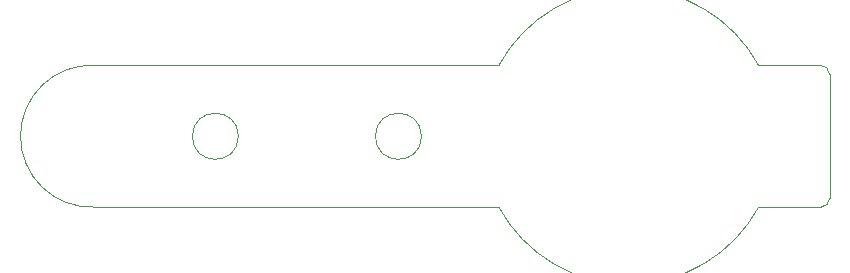
<source format=gm1>
%TF.GenerationSoftware,KiCad,Pcbnew,9.0.0-rc3*%
%TF.CreationDate,2025-02-21T14:46:23+07:00*%
%TF.ProjectId,led_torch,6c65645f-746f-4726-9368-2e6b69636164,0*%
%TF.SameCoordinates,Original*%
%TF.FileFunction,Profile,NP*%
%FSLAX46Y46*%
G04 Gerber Fmt 4.6, Leading zero omitted, Abs format (unit mm)*
G04 Created by KiCad (PCBNEW 9.0.0-rc3) date 2025-02-21 14:46:23*
%MOMM*%
%LPD*%
G01*
G04 APERTURE LIST*
%TA.AperFunction,Profile*%
%ADD10C,0.050000*%
%TD*%
G04 APERTURE END LIST*
D10*
X166750000Y-62250000D02*
G75*
G02*
X166024704Y-62999593I-750000J0D01*
G01*
X166000000Y-51000000D02*
G75*
G02*
X166750000Y-51750000I0J-750000D01*
G01*
X166024704Y-62999593D02*
X160750000Y-63000000D01*
X160750000Y-63000000D02*
G75*
G02*
X138750000Y-62999999I-11000000J6000000D01*
G01*
X160750000Y-51000000D02*
X166000000Y-51000000D01*
X138750000Y-51000000D02*
G75*
G02*
X160750000Y-51000000I11000000J-6000000D01*
G01*
X104516052Y-62994109D02*
G75*
G02*
X104505203Y-50994571I-260849J5999538D01*
G01*
X166750000Y-51750000D02*
X166750000Y-62250000D01*
X104505203Y-51000000D02*
X138750001Y-51000000D01*
X138750000Y-62997094D02*
X104516052Y-62994108D01*
X116702562Y-57000000D02*
G75*
G02*
X112797438Y-57000000I-1952562J0D01*
G01*
X112797438Y-57000000D02*
G75*
G02*
X116702562Y-57000000I1952562J0D01*
G01*
X132202562Y-57000000D02*
G75*
G02*
X128297438Y-57000000I-1952562J0D01*
G01*
X128297438Y-57000000D02*
G75*
G02*
X132202562Y-57000000I1952562J0D01*
G01*
M02*

</source>
